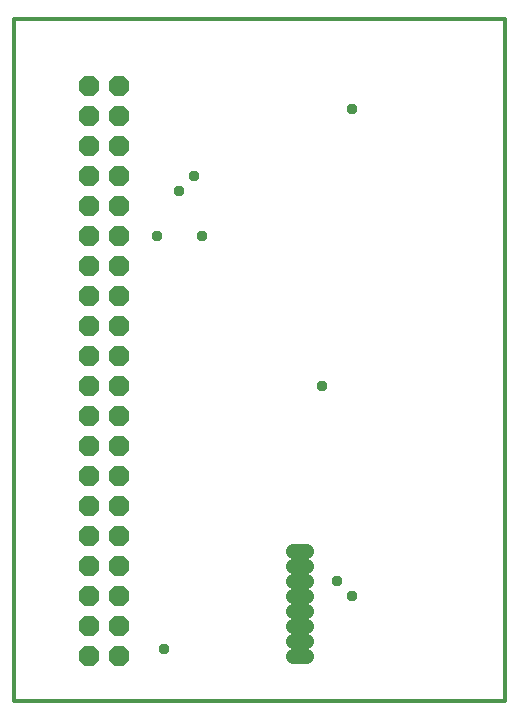
<source format=gbs>
G04 EAGLE Gerber RS-274X export*
G75*
%MOMM*%
%FSLAX34Y34*%
%LPD*%
%INSolderstop Bottom*%
%IPPOS*%
%AMOC8*
5,1,8,0,0,1.08239X$1,22.5*%
G01*
%ADD10C,0.304800*%
%ADD11C,1.311200*%
%ADD12P,1.869504X8X292.500000*%
%ADD13C,0.959600*%


D10*
X-19050Y0D02*
X396750Y0D01*
X396750Y577750D01*
X-19050Y577750D01*
X-19050Y0D01*
D11*
X216710Y127000D02*
X227790Y127000D01*
X227790Y114300D02*
X216710Y114300D01*
X216710Y101600D02*
X227790Y101600D01*
X227790Y88900D02*
X216710Y88900D01*
X216710Y76200D02*
X227790Y76200D01*
X227790Y63500D02*
X216710Y63500D01*
X216710Y50800D02*
X227790Y50800D01*
X227790Y38100D02*
X216710Y38100D01*
D12*
X44450Y520700D03*
X69850Y520700D03*
X44450Y495300D03*
X69850Y495300D03*
X44450Y469900D03*
X69850Y469900D03*
X44450Y444500D03*
X69850Y444500D03*
X44450Y419100D03*
X69850Y419100D03*
X44450Y393700D03*
X69850Y393700D03*
X44450Y368300D03*
X69850Y368300D03*
X44450Y342900D03*
X69850Y342900D03*
X44450Y317500D03*
X69850Y317500D03*
X44450Y292100D03*
X69850Y292100D03*
X44450Y266700D03*
X69850Y266700D03*
X44450Y241300D03*
X69850Y241300D03*
X44450Y215900D03*
X69850Y215900D03*
X44450Y190500D03*
X69850Y190500D03*
X44450Y165100D03*
X69850Y165100D03*
X44450Y139700D03*
X69850Y139700D03*
X44450Y114300D03*
X69850Y114300D03*
X44450Y88900D03*
X69850Y88900D03*
X44450Y63500D03*
X69850Y63500D03*
X44450Y38100D03*
X69850Y38100D03*
D13*
X107950Y44450D03*
X266700Y501650D03*
X241300Y266700D03*
X139700Y393700D03*
X120650Y431800D03*
X133350Y444500D03*
X101600Y393700D03*
X254000Y101600D03*
X266700Y88900D03*
M02*

</source>
